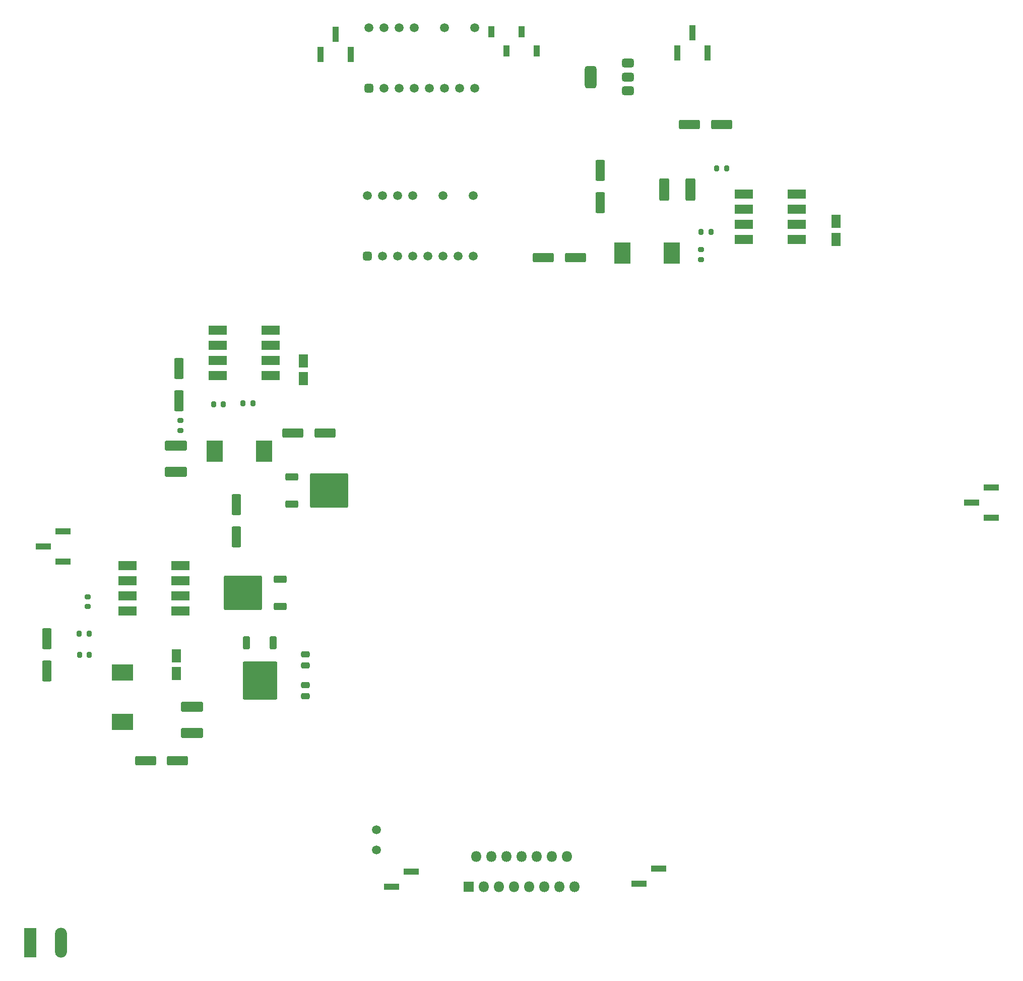
<source format=gbr>
%TF.GenerationSoftware,KiCad,Pcbnew,8.0.2*%
%TF.CreationDate,2025-02-12T15:49:00+05:00*%
%TF.ProjectId,kicad_pcb,6b696361-645f-4706-9362-2e6b69636164,rev?*%
%TF.SameCoordinates,Original*%
%TF.FileFunction,Soldermask,Bot*%
%TF.FilePolarity,Negative*%
%FSLAX46Y46*%
G04 Gerber Fmt 4.6, Leading zero omitted, Abs format (unit mm)*
G04 Created by KiCad (PCBNEW 8.0.2) date 2025-02-12 15:49:00*
%MOMM*%
%LPD*%
G01*
G04 APERTURE LIST*
G04 Aperture macros list*
%AMRoundRect*
0 Rectangle with rounded corners*
0 $1 Rounding radius*
0 $2 $3 $4 $5 $6 $7 $8 $9 X,Y pos of 4 corners*
0 Add a 4 corners polygon primitive as box body*
4,1,4,$2,$3,$4,$5,$6,$7,$8,$9,$2,$3,0*
0 Add four circle primitives for the rounded corners*
1,1,$1+$1,$2,$3*
1,1,$1+$1,$4,$5*
1,1,$1+$1,$6,$7*
1,1,$1+$1,$8,$9*
0 Add four rect primitives between the rounded corners*
20,1,$1+$1,$2,$3,$4,$5,0*
20,1,$1+$1,$4,$5,$6,$7,0*
20,1,$1+$1,$6,$7,$8,$9,0*
20,1,$1+$1,$8,$9,$2,$3,0*%
G04 Aperture macros list end*
%ADD10C,1.500000*%
%ADD11RoundRect,0.375000X0.375000X-0.375000X0.375000X0.375000X-0.375000X0.375000X-0.375000X-0.375000X0*%
%ADD12R,1.800000X1.800000*%
%ADD13O,1.800000X1.800000*%
%ADD14R,2.020000X5.020000*%
%ADD15O,2.020000X5.020000*%
%ADD16R,1.600000X2.200000*%
%ADD17R,1.000000X2.510000*%
%ADD18RoundRect,0.200000X0.200000X0.275000X-0.200000X0.275000X-0.200000X-0.275000X0.200000X-0.275000X0*%
%ADD19RoundRect,0.250000X1.625000X-0.587500X1.625000X0.587500X-1.625000X0.587500X-1.625000X-0.587500X0*%
%ADD20RoundRect,0.250000X-0.550000X1.500000X-0.550000X-1.500000X0.550000X-1.500000X0.550000X1.500000X0*%
%ADD21RoundRect,0.375000X0.625000X0.375000X-0.625000X0.375000X-0.625000X-0.375000X0.625000X-0.375000X0*%
%ADD22RoundRect,0.500000X0.500000X1.400000X-0.500000X1.400000X-0.500000X-1.400000X0.500000X-1.400000X0*%
%ADD23R,2.510000X1.000000*%
%ADD24R,2.700000X3.600000*%
%ADD25RoundRect,0.250000X-1.500000X-0.550000X1.500000X-0.550000X1.500000X0.550000X-1.500000X0.550000X0*%
%ADD26RoundRect,0.250000X1.500000X0.550000X-1.500000X0.550000X-1.500000X-0.550000X1.500000X-0.550000X0*%
%ADD27R,1.000000X1.900000*%
%ADD28RoundRect,0.200000X0.275000X-0.200000X0.275000X0.200000X-0.275000X0.200000X-0.275000X-0.200000X0*%
%ADD29R,3.100000X1.600000*%
%ADD30RoundRect,0.250000X0.850000X0.350000X-0.850000X0.350000X-0.850000X-0.350000X0.850000X-0.350000X0*%
%ADD31RoundRect,0.249997X2.950003X2.650003X-2.950003X2.650003X-2.950003X-2.650003X2.950003X-2.650003X0*%
%ADD32RoundRect,0.250000X-0.475000X0.250000X-0.475000X-0.250000X0.475000X-0.250000X0.475000X0.250000X0*%
%ADD33RoundRect,0.200000X-0.275000X0.200000X-0.275000X-0.200000X0.275000X-0.200000X0.275000X0.200000X0*%
%ADD34RoundRect,0.250000X0.550000X-1.500000X0.550000X1.500000X-0.550000X1.500000X-0.550000X-1.500000X0*%
%ADD35RoundRect,0.250000X-0.350000X0.850000X-0.350000X-0.850000X0.350000X-0.850000X0.350000X0.850000X0*%
%ADD36RoundRect,0.249997X-2.650003X2.950003X-2.650003X-2.950003X2.650003X-2.950003X2.650003X2.950003X0*%
%ADD37RoundRect,0.250000X0.587500X1.625000X-0.587500X1.625000X-0.587500X-1.625000X0.587500X-1.625000X0*%
%ADD38RoundRect,0.250000X-0.850000X-0.350000X0.850000X-0.350000X0.850000X0.350000X-0.850000X0.350000X0*%
%ADD39RoundRect,0.249997X-2.950003X-2.650003X2.950003X-2.650003X2.950003X2.650003X-2.950003X2.650003X0*%
%ADD40R,3.600000X2.700000*%
G04 APERTURE END LIST*
D10*
%TO.C,R36*%
X123698000Y-165432000D03*
X123698000Y-168832000D03*
%TD*%
D11*
%TO.C,7_SEG1*%
X122428000Y-40861500D03*
D10*
X124968000Y-40861500D03*
X127508000Y-40861500D03*
X130048000Y-40861500D03*
X132588000Y-40861500D03*
X135128000Y-40861500D03*
X137668000Y-40861500D03*
X140208000Y-40861500D03*
X140208000Y-30701500D03*
X135128000Y-30701500D03*
X130048000Y-30701500D03*
X127508000Y-30701500D03*
X124968000Y-30701500D03*
X122428000Y-30701500D03*
%TD*%
D12*
%TO.C,U1*%
X139187000Y-175023000D03*
D13*
X140457000Y-169943000D03*
X141727000Y-175023000D03*
X142997000Y-169943000D03*
X144267000Y-175023000D03*
X145537000Y-169943000D03*
X146807000Y-175023000D03*
X148077000Y-169943000D03*
X149347000Y-175023000D03*
X150617000Y-169943000D03*
X151887000Y-175023000D03*
X153157000Y-169943000D03*
X154427000Y-175023000D03*
X155697000Y-169943000D03*
X156967000Y-175023000D03*
%TD*%
D14*
%TO.C,J10*%
X65538000Y-184404000D03*
D15*
X70718000Y-184404000D03*
%TD*%
D11*
%TO.C,7_SEG2*%
X122174000Y-69088000D03*
D10*
X124714000Y-69088000D03*
X127254000Y-69088000D03*
X129794000Y-69088000D03*
X132334000Y-69088000D03*
X134874000Y-69088000D03*
X137414000Y-69088000D03*
X139954000Y-69088000D03*
X139954000Y-58928000D03*
X134874000Y-58928000D03*
X129794000Y-58928000D03*
X127254000Y-58928000D03*
X124714000Y-58928000D03*
X122174000Y-58928000D03*
%TD*%
D16*
%TO.C,C10*%
X200860000Y-63284000D03*
X200860000Y-66284000D03*
%TD*%
D17*
%TO.C,LEFT_IR_SENSOR1*%
X119380000Y-35183000D03*
X116840000Y-31873000D03*
X114300000Y-35183000D03*
%TD*%
D18*
%TO.C,R6*%
X182498000Y-54356000D03*
X180848000Y-54356000D03*
%TD*%
D19*
%TO.C,D4*%
X92657000Y-149146000D03*
X92657000Y-144771000D03*
%TD*%
D20*
%TO.C,C15*%
X161290000Y-54704000D03*
X161290000Y-60104000D03*
%TD*%
D18*
%TO.C,R8*%
X179895000Y-65024000D03*
X178245000Y-65024000D03*
%TD*%
D21*
%TO.C,U23*%
X165950000Y-36700000D03*
X165950000Y-39000000D03*
D22*
X159650000Y-39000000D03*
D21*
X165950000Y-41300000D03*
%TD*%
D23*
%TO.C,LEFT_SERVO1*%
X70997000Y-115316000D03*
X67687000Y-117856000D03*
X70997000Y-120396000D03*
%TD*%
D24*
%TO.C,L1*%
X104828000Y-101854000D03*
X96528000Y-101854000D03*
%TD*%
D25*
%TO.C,C19*%
X84877000Y-153816500D03*
X90277000Y-153816500D03*
%TD*%
D20*
%TO.C,C7*%
X90518000Y-87978000D03*
X90518000Y-93378000D03*
%TD*%
D18*
%TO.C,R4*%
X97947000Y-93980000D03*
X96297000Y-93980000D03*
%TD*%
D26*
%TO.C,C11*%
X181676000Y-46990000D03*
X176276000Y-46990000D03*
%TD*%
D16*
%TO.C,C16*%
X90100000Y-136200000D03*
X90100000Y-139200000D03*
%TD*%
D27*
%TO.C,DIST_SENSOR1*%
X143002000Y-31370000D03*
X145542000Y-34670000D03*
X148082000Y-31370000D03*
X150622000Y-34670000D03*
%TD*%
D20*
%TO.C,C18*%
X68273000Y-133336500D03*
X68273000Y-138736500D03*
%TD*%
D18*
%TO.C,R11*%
X75385000Y-132480500D03*
X73735000Y-132480500D03*
%TD*%
D28*
%TO.C,R5*%
X90772000Y-98361000D03*
X90772000Y-96711000D03*
%TD*%
D29*
%TO.C,U15*%
X194310000Y-58674000D03*
X194310000Y-61214000D03*
X194310000Y-63754000D03*
X194310000Y-66294000D03*
X185420000Y-66294000D03*
X185420000Y-63754000D03*
X185420000Y-61214000D03*
X185420000Y-58674000D03*
%TD*%
D23*
%TO.C,RIGHT_MOTOR1*%
X171073000Y-171958000D03*
X167763000Y-174498000D03*
%TD*%
D26*
%TO.C,C13*%
X157132000Y-69342000D03*
X151732000Y-69342000D03*
%TD*%
D23*
%TO.C,LEFT_MOTOR1*%
X129540000Y-172466000D03*
X126230000Y-175006000D03*
%TD*%
D28*
%TO.C,R7*%
X178245000Y-69659000D03*
X178245000Y-68009000D03*
%TD*%
D17*
%TO.C,RIGHT_IR_SENSOR1*%
X179324000Y-34929000D03*
X176784000Y-31619000D03*
X174244000Y-34929000D03*
%TD*%
D18*
%TO.C,R10*%
X75448000Y-136036500D03*
X73798000Y-136036500D03*
%TD*%
D30*
%TO.C,U24*%
X107525000Y-123345000D03*
D31*
X101225000Y-125625000D03*
D30*
X107525000Y-127905000D03*
%TD*%
D16*
%TO.C,C4*%
X111370000Y-86662000D03*
X111370000Y-89662000D03*
%TD*%
D18*
%TO.C,R2*%
X102925000Y-93800000D03*
X101275000Y-93800000D03*
%TD*%
D29*
%TO.C,U4*%
X90742000Y-121060500D03*
X90742000Y-123600500D03*
X90742000Y-126140500D03*
X90742000Y-128680500D03*
X81852000Y-128680500D03*
X81852000Y-126140500D03*
X81852000Y-123600500D03*
X81852000Y-121060500D03*
%TD*%
D32*
%TO.C,C2*%
X111704500Y-135968500D03*
X111704500Y-137868500D03*
%TD*%
D24*
%TO.C,L2*%
X173314000Y-68580000D03*
X165014000Y-68580000D03*
%TD*%
D33*
%TO.C,R9*%
X75131000Y-126321500D03*
X75131000Y-127971500D03*
%TD*%
D23*
%TO.C,RIGHT_SERVO1*%
X226953000Y-107950000D03*
X223643000Y-110490000D03*
X226953000Y-113030000D03*
%TD*%
D34*
%TO.C,C8*%
X100170000Y-116238000D03*
X100170000Y-110838000D03*
%TD*%
D35*
%TO.C,U3*%
X101807000Y-134054500D03*
D36*
X104087000Y-140354500D03*
D35*
X106367000Y-134054500D03*
%TD*%
D25*
%TO.C,C9*%
X109662000Y-98806000D03*
X115062000Y-98806000D03*
%TD*%
D37*
%TO.C,D3*%
X176431500Y-57912000D03*
X172056500Y-57912000D03*
%TD*%
D29*
%TO.C,U5*%
X105885000Y-81534000D03*
X105885000Y-84074000D03*
X105885000Y-86614000D03*
X105885000Y-89154000D03*
X96995000Y-89154000D03*
X96995000Y-86614000D03*
X96995000Y-84074000D03*
X96995000Y-81534000D03*
%TD*%
D38*
%TO.C,U2*%
X109432000Y-110735500D03*
D39*
X115732000Y-108455500D03*
D38*
X109432000Y-106175500D03*
%TD*%
D19*
%TO.C,D1*%
X90010000Y-105311500D03*
X90010000Y-100936500D03*
%TD*%
D40*
%TO.C,L3*%
X80973000Y-138998500D03*
X80973000Y-147298500D03*
%TD*%
D32*
%TO.C,C3*%
X111704500Y-141114500D03*
X111704500Y-143014500D03*
%TD*%
M02*

</source>
